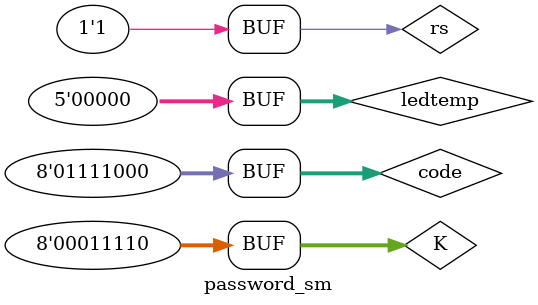
<source format=v>
`timescale 1ns / 1ps


module password_sm();
    reg [7:0]K;
    reg [7:0]code;
    reg [4:0]ledtemp;
    reg rs;
    wire s;
    wire [1:0]les;
    
    initial
    begin
        code=8'b01111000;
        K=0;
        ledtemp=5'b11111;
        rs=0;
        #20 rs=1;
        #50 K[1]=1;
        #50 K[2]=1;
        #50 K[3]=1;
        #50 K[4]=1;
        #50 ledtemp=5'b00000;
         rs=0;
         K=0;
          ledtemp=5'b11111;
        #20 rs=1;
        #50 K[1]=1;
        #50 K[2]=1;
        #50 K[3]=1;
        #50 K[4]=1;
        #50 ledtemp=5'b00000;
    end


password u1(K,s,ledtemp,les,rs,code);
endmodule

</source>
